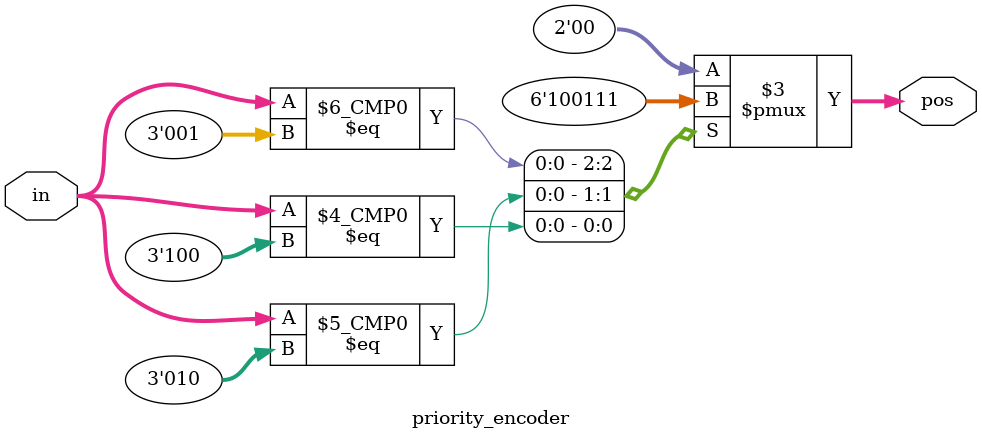
<source format=v>
module priority_encoder( 
input [2:0] in,
output reg [1:0] pos ); 
// When sel=1, assign b to out
always @(in)
begin
	casex (in)
	1:	pos = 2'b10;
	2:	pos = 2'b01;
	4:	pos = 2'b11;
	default:	pos = 2'b00;
	endcase
end
endmodule

</source>
